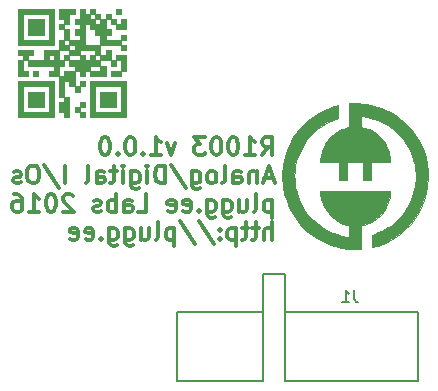
<source format=gbr>
G04 #@! TF.FileFunction,Legend,Bot*
%FSLAX46Y46*%
G04 Gerber Fmt 4.6, Leading zero omitted, Abs format (unit mm)*
G04 Created by KiCad (PCBNEW 4.0.2+e4-6225~38~ubuntu14.04.1-stable) date Fri 29 Jul 2016 09:52:58 PM PDT*
%MOMM*%
G01*
G04 APERTURE LIST*
%ADD10C,0.100000*%
%ADD11C,0.300000*%
%ADD12C,0.150000*%
%ADD13C,0.010000*%
G04 APERTURE END LIST*
D10*
D11*
X146985714Y-84178571D02*
X147485714Y-83464286D01*
X147842857Y-84178571D02*
X147842857Y-82678571D01*
X147271429Y-82678571D01*
X147128571Y-82750000D01*
X147057143Y-82821429D01*
X146985714Y-82964286D01*
X146985714Y-83178571D01*
X147057143Y-83321429D01*
X147128571Y-83392857D01*
X147271429Y-83464286D01*
X147842857Y-83464286D01*
X145557143Y-84178571D02*
X146414286Y-84178571D01*
X145985714Y-84178571D02*
X145985714Y-82678571D01*
X146128571Y-82892857D01*
X146271429Y-83035714D01*
X146414286Y-83107143D01*
X144628572Y-82678571D02*
X144485715Y-82678571D01*
X144342858Y-82750000D01*
X144271429Y-82821429D01*
X144200000Y-82964286D01*
X144128572Y-83250000D01*
X144128572Y-83607143D01*
X144200000Y-83892857D01*
X144271429Y-84035714D01*
X144342858Y-84107143D01*
X144485715Y-84178571D01*
X144628572Y-84178571D01*
X144771429Y-84107143D01*
X144842858Y-84035714D01*
X144914286Y-83892857D01*
X144985715Y-83607143D01*
X144985715Y-83250000D01*
X144914286Y-82964286D01*
X144842858Y-82821429D01*
X144771429Y-82750000D01*
X144628572Y-82678571D01*
X143200001Y-82678571D02*
X143057144Y-82678571D01*
X142914287Y-82750000D01*
X142842858Y-82821429D01*
X142771429Y-82964286D01*
X142700001Y-83250000D01*
X142700001Y-83607143D01*
X142771429Y-83892857D01*
X142842858Y-84035714D01*
X142914287Y-84107143D01*
X143057144Y-84178571D01*
X143200001Y-84178571D01*
X143342858Y-84107143D01*
X143414287Y-84035714D01*
X143485715Y-83892857D01*
X143557144Y-83607143D01*
X143557144Y-83250000D01*
X143485715Y-82964286D01*
X143414287Y-82821429D01*
X143342858Y-82750000D01*
X143200001Y-82678571D01*
X142200001Y-82678571D02*
X141271430Y-82678571D01*
X141771430Y-83250000D01*
X141557144Y-83250000D01*
X141414287Y-83321429D01*
X141342858Y-83392857D01*
X141271430Y-83535714D01*
X141271430Y-83892857D01*
X141342858Y-84035714D01*
X141414287Y-84107143D01*
X141557144Y-84178571D01*
X141985716Y-84178571D01*
X142128573Y-84107143D01*
X142200001Y-84035714D01*
X139628573Y-83178571D02*
X139271430Y-84178571D01*
X138914288Y-83178571D01*
X137557145Y-84178571D02*
X138414288Y-84178571D01*
X137985716Y-84178571D02*
X137985716Y-82678571D01*
X138128573Y-82892857D01*
X138271431Y-83035714D01*
X138414288Y-83107143D01*
X136914288Y-84035714D02*
X136842860Y-84107143D01*
X136914288Y-84178571D01*
X136985717Y-84107143D01*
X136914288Y-84035714D01*
X136914288Y-84178571D01*
X135914288Y-82678571D02*
X135771431Y-82678571D01*
X135628574Y-82750000D01*
X135557145Y-82821429D01*
X135485716Y-82964286D01*
X135414288Y-83250000D01*
X135414288Y-83607143D01*
X135485716Y-83892857D01*
X135557145Y-84035714D01*
X135628574Y-84107143D01*
X135771431Y-84178571D01*
X135914288Y-84178571D01*
X136057145Y-84107143D01*
X136128574Y-84035714D01*
X136200002Y-83892857D01*
X136271431Y-83607143D01*
X136271431Y-83250000D01*
X136200002Y-82964286D01*
X136128574Y-82821429D01*
X136057145Y-82750000D01*
X135914288Y-82678571D01*
X134771431Y-84035714D02*
X134700003Y-84107143D01*
X134771431Y-84178571D01*
X134842860Y-84107143D01*
X134771431Y-84035714D01*
X134771431Y-84178571D01*
X133771431Y-82678571D02*
X133628574Y-82678571D01*
X133485717Y-82750000D01*
X133414288Y-82821429D01*
X133342859Y-82964286D01*
X133271431Y-83250000D01*
X133271431Y-83607143D01*
X133342859Y-83892857D01*
X133414288Y-84035714D01*
X133485717Y-84107143D01*
X133628574Y-84178571D01*
X133771431Y-84178571D01*
X133914288Y-84107143D01*
X133985717Y-84035714D01*
X134057145Y-83892857D01*
X134128574Y-83607143D01*
X134128574Y-83250000D01*
X134057145Y-82964286D01*
X133985717Y-82821429D01*
X133914288Y-82750000D01*
X133771431Y-82678571D01*
X147914286Y-86150000D02*
X147200000Y-86150000D01*
X148057143Y-86578571D02*
X147557143Y-85078571D01*
X147057143Y-86578571D01*
X146557143Y-85578571D02*
X146557143Y-86578571D01*
X146557143Y-85721429D02*
X146485715Y-85650000D01*
X146342857Y-85578571D01*
X146128572Y-85578571D01*
X145985715Y-85650000D01*
X145914286Y-85792857D01*
X145914286Y-86578571D01*
X144557143Y-86578571D02*
X144557143Y-85792857D01*
X144628572Y-85650000D01*
X144771429Y-85578571D01*
X145057143Y-85578571D01*
X145200000Y-85650000D01*
X144557143Y-86507143D02*
X144700000Y-86578571D01*
X145057143Y-86578571D01*
X145200000Y-86507143D01*
X145271429Y-86364286D01*
X145271429Y-86221429D01*
X145200000Y-86078571D01*
X145057143Y-86007143D01*
X144700000Y-86007143D01*
X144557143Y-85935714D01*
X143628571Y-86578571D02*
X143771429Y-86507143D01*
X143842857Y-86364286D01*
X143842857Y-85078571D01*
X142842857Y-86578571D02*
X142985715Y-86507143D01*
X143057143Y-86435714D01*
X143128572Y-86292857D01*
X143128572Y-85864286D01*
X143057143Y-85721429D01*
X142985715Y-85650000D01*
X142842857Y-85578571D01*
X142628572Y-85578571D01*
X142485715Y-85650000D01*
X142414286Y-85721429D01*
X142342857Y-85864286D01*
X142342857Y-86292857D01*
X142414286Y-86435714D01*
X142485715Y-86507143D01*
X142628572Y-86578571D01*
X142842857Y-86578571D01*
X141057143Y-85578571D02*
X141057143Y-86792857D01*
X141128572Y-86935714D01*
X141200000Y-87007143D01*
X141342857Y-87078571D01*
X141557143Y-87078571D01*
X141700000Y-87007143D01*
X141057143Y-86507143D02*
X141200000Y-86578571D01*
X141485714Y-86578571D01*
X141628572Y-86507143D01*
X141700000Y-86435714D01*
X141771429Y-86292857D01*
X141771429Y-85864286D01*
X141700000Y-85721429D01*
X141628572Y-85650000D01*
X141485714Y-85578571D01*
X141200000Y-85578571D01*
X141057143Y-85650000D01*
X139271429Y-85007143D02*
X140557143Y-86935714D01*
X138771428Y-86578571D02*
X138771428Y-85078571D01*
X138414285Y-85078571D01*
X138200000Y-85150000D01*
X138057142Y-85292857D01*
X137985714Y-85435714D01*
X137914285Y-85721429D01*
X137914285Y-85935714D01*
X137985714Y-86221429D01*
X138057142Y-86364286D01*
X138200000Y-86507143D01*
X138414285Y-86578571D01*
X138771428Y-86578571D01*
X137271428Y-86578571D02*
X137271428Y-85578571D01*
X137271428Y-85078571D02*
X137342857Y-85150000D01*
X137271428Y-85221429D01*
X137200000Y-85150000D01*
X137271428Y-85078571D01*
X137271428Y-85221429D01*
X135914285Y-85578571D02*
X135914285Y-86792857D01*
X135985714Y-86935714D01*
X136057142Y-87007143D01*
X136199999Y-87078571D01*
X136414285Y-87078571D01*
X136557142Y-87007143D01*
X135914285Y-86507143D02*
X136057142Y-86578571D01*
X136342856Y-86578571D01*
X136485714Y-86507143D01*
X136557142Y-86435714D01*
X136628571Y-86292857D01*
X136628571Y-85864286D01*
X136557142Y-85721429D01*
X136485714Y-85650000D01*
X136342856Y-85578571D01*
X136057142Y-85578571D01*
X135914285Y-85650000D01*
X135199999Y-86578571D02*
X135199999Y-85578571D01*
X135199999Y-85078571D02*
X135271428Y-85150000D01*
X135199999Y-85221429D01*
X135128571Y-85150000D01*
X135199999Y-85078571D01*
X135199999Y-85221429D01*
X134699999Y-85578571D02*
X134128570Y-85578571D01*
X134485713Y-85078571D02*
X134485713Y-86364286D01*
X134414285Y-86507143D01*
X134271427Y-86578571D01*
X134128570Y-86578571D01*
X132985713Y-86578571D02*
X132985713Y-85792857D01*
X133057142Y-85650000D01*
X133199999Y-85578571D01*
X133485713Y-85578571D01*
X133628570Y-85650000D01*
X132985713Y-86507143D02*
X133128570Y-86578571D01*
X133485713Y-86578571D01*
X133628570Y-86507143D01*
X133699999Y-86364286D01*
X133699999Y-86221429D01*
X133628570Y-86078571D01*
X133485713Y-86007143D01*
X133128570Y-86007143D01*
X132985713Y-85935714D01*
X132057141Y-86578571D02*
X132199999Y-86507143D01*
X132271427Y-86364286D01*
X132271427Y-85078571D01*
X130342856Y-86578571D02*
X130342856Y-85078571D01*
X128557142Y-85007143D02*
X129842856Y-86935714D01*
X127771427Y-85078571D02*
X127485713Y-85078571D01*
X127342855Y-85150000D01*
X127199998Y-85292857D01*
X127128570Y-85578571D01*
X127128570Y-86078571D01*
X127199998Y-86364286D01*
X127342855Y-86507143D01*
X127485713Y-86578571D01*
X127771427Y-86578571D01*
X127914284Y-86507143D01*
X128057141Y-86364286D01*
X128128570Y-86078571D01*
X128128570Y-85578571D01*
X128057141Y-85292857D01*
X127914284Y-85150000D01*
X127771427Y-85078571D01*
X126557141Y-86507143D02*
X126414284Y-86578571D01*
X126128569Y-86578571D01*
X125985712Y-86507143D01*
X125914284Y-86364286D01*
X125914284Y-86292857D01*
X125985712Y-86150000D01*
X126128569Y-86078571D01*
X126342855Y-86078571D01*
X126485712Y-86007143D01*
X126557141Y-85864286D01*
X126557141Y-85792857D01*
X126485712Y-85650000D01*
X126342855Y-85578571D01*
X126128569Y-85578571D01*
X125985712Y-85650000D01*
X147842857Y-87978571D02*
X147842857Y-89478571D01*
X147842857Y-88050000D02*
X147700000Y-87978571D01*
X147414286Y-87978571D01*
X147271429Y-88050000D01*
X147200000Y-88121429D01*
X147128571Y-88264286D01*
X147128571Y-88692857D01*
X147200000Y-88835714D01*
X147271429Y-88907143D01*
X147414286Y-88978571D01*
X147700000Y-88978571D01*
X147842857Y-88907143D01*
X146271428Y-88978571D02*
X146414286Y-88907143D01*
X146485714Y-88764286D01*
X146485714Y-87478571D01*
X145057143Y-87978571D02*
X145057143Y-88978571D01*
X145700000Y-87978571D02*
X145700000Y-88764286D01*
X145628572Y-88907143D01*
X145485714Y-88978571D01*
X145271429Y-88978571D01*
X145128572Y-88907143D01*
X145057143Y-88835714D01*
X143700000Y-87978571D02*
X143700000Y-89192857D01*
X143771429Y-89335714D01*
X143842857Y-89407143D01*
X143985714Y-89478571D01*
X144200000Y-89478571D01*
X144342857Y-89407143D01*
X143700000Y-88907143D02*
X143842857Y-88978571D01*
X144128571Y-88978571D01*
X144271429Y-88907143D01*
X144342857Y-88835714D01*
X144414286Y-88692857D01*
X144414286Y-88264286D01*
X144342857Y-88121429D01*
X144271429Y-88050000D01*
X144128571Y-87978571D01*
X143842857Y-87978571D01*
X143700000Y-88050000D01*
X142342857Y-87978571D02*
X142342857Y-89192857D01*
X142414286Y-89335714D01*
X142485714Y-89407143D01*
X142628571Y-89478571D01*
X142842857Y-89478571D01*
X142985714Y-89407143D01*
X142342857Y-88907143D02*
X142485714Y-88978571D01*
X142771428Y-88978571D01*
X142914286Y-88907143D01*
X142985714Y-88835714D01*
X143057143Y-88692857D01*
X143057143Y-88264286D01*
X142985714Y-88121429D01*
X142914286Y-88050000D01*
X142771428Y-87978571D01*
X142485714Y-87978571D01*
X142342857Y-88050000D01*
X141628571Y-88835714D02*
X141557143Y-88907143D01*
X141628571Y-88978571D01*
X141700000Y-88907143D01*
X141628571Y-88835714D01*
X141628571Y-88978571D01*
X140342857Y-88907143D02*
X140485714Y-88978571D01*
X140771428Y-88978571D01*
X140914285Y-88907143D01*
X140985714Y-88764286D01*
X140985714Y-88192857D01*
X140914285Y-88050000D01*
X140771428Y-87978571D01*
X140485714Y-87978571D01*
X140342857Y-88050000D01*
X140271428Y-88192857D01*
X140271428Y-88335714D01*
X140985714Y-88478571D01*
X139057143Y-88907143D02*
X139200000Y-88978571D01*
X139485714Y-88978571D01*
X139628571Y-88907143D01*
X139700000Y-88764286D01*
X139700000Y-88192857D01*
X139628571Y-88050000D01*
X139485714Y-87978571D01*
X139200000Y-87978571D01*
X139057143Y-88050000D01*
X138985714Y-88192857D01*
X138985714Y-88335714D01*
X139700000Y-88478571D01*
X136485714Y-88978571D02*
X137200000Y-88978571D01*
X137200000Y-87478571D01*
X135342857Y-88978571D02*
X135342857Y-88192857D01*
X135414286Y-88050000D01*
X135557143Y-87978571D01*
X135842857Y-87978571D01*
X135985714Y-88050000D01*
X135342857Y-88907143D02*
X135485714Y-88978571D01*
X135842857Y-88978571D01*
X135985714Y-88907143D01*
X136057143Y-88764286D01*
X136057143Y-88621429D01*
X135985714Y-88478571D01*
X135842857Y-88407143D01*
X135485714Y-88407143D01*
X135342857Y-88335714D01*
X134628571Y-88978571D02*
X134628571Y-87478571D01*
X134628571Y-88050000D02*
X134485714Y-87978571D01*
X134200000Y-87978571D01*
X134057143Y-88050000D01*
X133985714Y-88121429D01*
X133914285Y-88264286D01*
X133914285Y-88692857D01*
X133985714Y-88835714D01*
X134057143Y-88907143D01*
X134200000Y-88978571D01*
X134485714Y-88978571D01*
X134628571Y-88907143D01*
X133342857Y-88907143D02*
X133200000Y-88978571D01*
X132914285Y-88978571D01*
X132771428Y-88907143D01*
X132700000Y-88764286D01*
X132700000Y-88692857D01*
X132771428Y-88550000D01*
X132914285Y-88478571D01*
X133128571Y-88478571D01*
X133271428Y-88407143D01*
X133342857Y-88264286D01*
X133342857Y-88192857D01*
X133271428Y-88050000D01*
X133128571Y-87978571D01*
X132914285Y-87978571D01*
X132771428Y-88050000D01*
X130985714Y-87621429D02*
X130914285Y-87550000D01*
X130771428Y-87478571D01*
X130414285Y-87478571D01*
X130271428Y-87550000D01*
X130199999Y-87621429D01*
X130128571Y-87764286D01*
X130128571Y-87907143D01*
X130199999Y-88121429D01*
X131057142Y-88978571D01*
X130128571Y-88978571D01*
X129200000Y-87478571D02*
X129057143Y-87478571D01*
X128914286Y-87550000D01*
X128842857Y-87621429D01*
X128771428Y-87764286D01*
X128700000Y-88050000D01*
X128700000Y-88407143D01*
X128771428Y-88692857D01*
X128842857Y-88835714D01*
X128914286Y-88907143D01*
X129057143Y-88978571D01*
X129200000Y-88978571D01*
X129342857Y-88907143D01*
X129414286Y-88835714D01*
X129485714Y-88692857D01*
X129557143Y-88407143D01*
X129557143Y-88050000D01*
X129485714Y-87764286D01*
X129414286Y-87621429D01*
X129342857Y-87550000D01*
X129200000Y-87478571D01*
X127271429Y-88978571D02*
X128128572Y-88978571D01*
X127700000Y-88978571D02*
X127700000Y-87478571D01*
X127842857Y-87692857D01*
X127985715Y-87835714D01*
X128128572Y-87907143D01*
X125985715Y-87478571D02*
X126271429Y-87478571D01*
X126414286Y-87550000D01*
X126485715Y-87621429D01*
X126628572Y-87835714D01*
X126700001Y-88121429D01*
X126700001Y-88692857D01*
X126628572Y-88835714D01*
X126557144Y-88907143D01*
X126414286Y-88978571D01*
X126128572Y-88978571D01*
X125985715Y-88907143D01*
X125914286Y-88835714D01*
X125842858Y-88692857D01*
X125842858Y-88335714D01*
X125914286Y-88192857D01*
X125985715Y-88121429D01*
X126128572Y-88050000D01*
X126414286Y-88050000D01*
X126557144Y-88121429D01*
X126628572Y-88192857D01*
X126700001Y-88335714D01*
X147842857Y-91378571D02*
X147842857Y-89878571D01*
X147200000Y-91378571D02*
X147200000Y-90592857D01*
X147271429Y-90450000D01*
X147414286Y-90378571D01*
X147628571Y-90378571D01*
X147771429Y-90450000D01*
X147842857Y-90521429D01*
X146700000Y-90378571D02*
X146128571Y-90378571D01*
X146485714Y-89878571D02*
X146485714Y-91164286D01*
X146414286Y-91307143D01*
X146271428Y-91378571D01*
X146128571Y-91378571D01*
X145842857Y-90378571D02*
X145271428Y-90378571D01*
X145628571Y-89878571D02*
X145628571Y-91164286D01*
X145557143Y-91307143D01*
X145414285Y-91378571D01*
X145271428Y-91378571D01*
X144771428Y-90378571D02*
X144771428Y-91878571D01*
X144771428Y-90450000D02*
X144628571Y-90378571D01*
X144342857Y-90378571D01*
X144200000Y-90450000D01*
X144128571Y-90521429D01*
X144057142Y-90664286D01*
X144057142Y-91092857D01*
X144128571Y-91235714D01*
X144200000Y-91307143D01*
X144342857Y-91378571D01*
X144628571Y-91378571D01*
X144771428Y-91307143D01*
X143414285Y-91235714D02*
X143342857Y-91307143D01*
X143414285Y-91378571D01*
X143485714Y-91307143D01*
X143414285Y-91235714D01*
X143414285Y-91378571D01*
X143414285Y-90450000D02*
X143342857Y-90521429D01*
X143414285Y-90592857D01*
X143485714Y-90521429D01*
X143414285Y-90450000D01*
X143414285Y-90592857D01*
X141628571Y-89807143D02*
X142914285Y-91735714D01*
X140057142Y-89807143D02*
X141342856Y-91735714D01*
X139557141Y-90378571D02*
X139557141Y-91878571D01*
X139557141Y-90450000D02*
X139414284Y-90378571D01*
X139128570Y-90378571D01*
X138985713Y-90450000D01*
X138914284Y-90521429D01*
X138842855Y-90664286D01*
X138842855Y-91092857D01*
X138914284Y-91235714D01*
X138985713Y-91307143D01*
X139128570Y-91378571D01*
X139414284Y-91378571D01*
X139557141Y-91307143D01*
X137985712Y-91378571D02*
X138128570Y-91307143D01*
X138199998Y-91164286D01*
X138199998Y-89878571D01*
X136771427Y-90378571D02*
X136771427Y-91378571D01*
X137414284Y-90378571D02*
X137414284Y-91164286D01*
X137342856Y-91307143D01*
X137199998Y-91378571D01*
X136985713Y-91378571D01*
X136842856Y-91307143D01*
X136771427Y-91235714D01*
X135414284Y-90378571D02*
X135414284Y-91592857D01*
X135485713Y-91735714D01*
X135557141Y-91807143D01*
X135699998Y-91878571D01*
X135914284Y-91878571D01*
X136057141Y-91807143D01*
X135414284Y-91307143D02*
X135557141Y-91378571D01*
X135842855Y-91378571D01*
X135985713Y-91307143D01*
X136057141Y-91235714D01*
X136128570Y-91092857D01*
X136128570Y-90664286D01*
X136057141Y-90521429D01*
X135985713Y-90450000D01*
X135842855Y-90378571D01*
X135557141Y-90378571D01*
X135414284Y-90450000D01*
X134057141Y-90378571D02*
X134057141Y-91592857D01*
X134128570Y-91735714D01*
X134199998Y-91807143D01*
X134342855Y-91878571D01*
X134557141Y-91878571D01*
X134699998Y-91807143D01*
X134057141Y-91307143D02*
X134199998Y-91378571D01*
X134485712Y-91378571D01*
X134628570Y-91307143D01*
X134699998Y-91235714D01*
X134771427Y-91092857D01*
X134771427Y-90664286D01*
X134699998Y-90521429D01*
X134628570Y-90450000D01*
X134485712Y-90378571D01*
X134199998Y-90378571D01*
X134057141Y-90450000D01*
X133342855Y-91235714D02*
X133271427Y-91307143D01*
X133342855Y-91378571D01*
X133414284Y-91307143D01*
X133342855Y-91235714D01*
X133342855Y-91378571D01*
X132057141Y-91307143D02*
X132199998Y-91378571D01*
X132485712Y-91378571D01*
X132628569Y-91307143D01*
X132699998Y-91164286D01*
X132699998Y-90592857D01*
X132628569Y-90450000D01*
X132485712Y-90378571D01*
X132199998Y-90378571D01*
X132057141Y-90450000D01*
X131985712Y-90592857D01*
X131985712Y-90735714D01*
X132699998Y-90878571D01*
X130771427Y-91307143D02*
X130914284Y-91378571D01*
X131199998Y-91378571D01*
X131342855Y-91307143D01*
X131414284Y-91164286D01*
X131414284Y-90592857D01*
X131342855Y-90450000D01*
X131199998Y-90378571D01*
X130914284Y-90378571D01*
X130771427Y-90450000D01*
X130699998Y-90592857D01*
X130699998Y-90735714D01*
X131414284Y-90878571D01*
D12*
X148900180Y-97500640D02*
X148900180Y-94300240D01*
X148900180Y-94300240D02*
X147099320Y-94300240D01*
X147099320Y-94300240D02*
X147099320Y-97500640D01*
X160200640Y-97500640D02*
X148900180Y-97500640D01*
X148900180Y-97500640D02*
X148900180Y-103299460D01*
X148900180Y-103299460D02*
X160200640Y-103299460D01*
X160200640Y-103299460D02*
X160200640Y-97500640D01*
X139799360Y-97500640D02*
X147099320Y-97500640D01*
X147099320Y-103299460D02*
X139799360Y-103299460D01*
X147099320Y-97500640D02*
X147099320Y-103299460D01*
X139799360Y-97500640D02*
X139799360Y-103299460D01*
D13*
G36*
X156413853Y-91969638D02*
X156575154Y-91928180D01*
X156777877Y-91863566D01*
X157004988Y-91782105D01*
X157239449Y-91690106D01*
X157464227Y-91593878D01*
X157602081Y-91529620D01*
X158153760Y-91226006D01*
X158666624Y-90871168D01*
X159137687Y-90468508D01*
X159563962Y-90021427D01*
X159942463Y-89533324D01*
X160270204Y-89007601D01*
X160544197Y-88447658D01*
X160723251Y-87975655D01*
X160893985Y-87365050D01*
X161001482Y-86755397D01*
X161047902Y-86150079D01*
X161035402Y-85552484D01*
X160966142Y-84965997D01*
X160842281Y-84394003D01*
X160665977Y-83839888D01*
X160439389Y-83307037D01*
X160164676Y-82798836D01*
X159843996Y-82318670D01*
X159479509Y-81869925D01*
X159073372Y-81455987D01*
X158627746Y-81080241D01*
X158144788Y-80746072D01*
X157626658Y-80456866D01*
X157075514Y-80216009D01*
X156493515Y-80026886D01*
X155882819Y-79892882D01*
X155538273Y-79844219D01*
X155385140Y-79830823D01*
X155192387Y-79819909D01*
X154985848Y-79812681D01*
X154809987Y-79810321D01*
X154376289Y-79810052D01*
X154376289Y-81839433D01*
X154302642Y-81839726D01*
X154214861Y-81853593D01*
X154083965Y-81890781D01*
X153925425Y-81945399D01*
X153754710Y-82011556D01*
X153587291Y-82083362D01*
X153438637Y-82154926D01*
X153357654Y-82199560D01*
X153169292Y-82328664D01*
X152965361Y-82497170D01*
X152763634Y-82688142D01*
X152581888Y-82884645D01*
X152437897Y-83069746D01*
X152426332Y-83086866D01*
X152211229Y-83467887D01*
X152055488Y-83875122D01*
X151958473Y-84310416D01*
X151933959Y-84514248D01*
X151912363Y-84752578D01*
X153492526Y-84752578D01*
X153492526Y-86258248D01*
X154212629Y-86258248D01*
X154212629Y-84752578D01*
X155554639Y-84752578D01*
X155554639Y-86258248D01*
X156242011Y-86258248D01*
X156242011Y-84752578D01*
X157845877Y-84752578D01*
X157845877Y-84642304D01*
X157836449Y-84508747D01*
X157810955Y-84334032D01*
X157773577Y-84139252D01*
X157728496Y-83945503D01*
X157679895Y-83773879D01*
X157664630Y-83728073D01*
X157506514Y-83366081D01*
X157291364Y-83025388D01*
X157032146Y-82717354D01*
X156715342Y-82424169D01*
X156373599Y-82184346D01*
X156013357Y-82001660D01*
X155641058Y-81879885D01*
X155579188Y-81865965D01*
X155390980Y-81826336D01*
X155390980Y-80859111D01*
X155480993Y-80873779D01*
X155851181Y-80940306D01*
X156172721Y-81012849D01*
X156462419Y-81096462D01*
X156737083Y-81196195D01*
X157013521Y-81317100D01*
X157109408Y-81363195D01*
X157623336Y-81650375D01*
X158093576Y-81985569D01*
X158518332Y-82366491D01*
X158895807Y-82790850D01*
X159224205Y-83256357D01*
X159501731Y-83760723D01*
X159726587Y-84301659D01*
X159896978Y-84876876D01*
X159910125Y-84932604D01*
X159940472Y-85087556D01*
X159963466Y-85262910D01*
X159980385Y-85472085D01*
X159992508Y-85728500D01*
X159995880Y-85832732D01*
X160001563Y-86067371D01*
X160002530Y-86253748D01*
X159997913Y-86408952D01*
X159986842Y-86550072D01*
X159968447Y-86694196D01*
X159944465Y-86843211D01*
X159815236Y-87409979D01*
X159626601Y-87951948D01*
X159381014Y-88465383D01*
X159080928Y-88946547D01*
X158728797Y-89391706D01*
X158327077Y-89797124D01*
X157878220Y-90159065D01*
X157674799Y-90298149D01*
X157406686Y-90459399D01*
X157117100Y-90611076D01*
X156828834Y-90742090D01*
X156564683Y-90841354D01*
X156545369Y-90847562D01*
X156308649Y-90922552D01*
X156307475Y-91991542D01*
X156413853Y-91969638D01*
X156413853Y-91969638D01*
G37*
X156413853Y-91969638D02*
X156575154Y-91928180D01*
X156777877Y-91863566D01*
X157004988Y-91782105D01*
X157239449Y-91690106D01*
X157464227Y-91593878D01*
X157602081Y-91529620D01*
X158153760Y-91226006D01*
X158666624Y-90871168D01*
X159137687Y-90468508D01*
X159563962Y-90021427D01*
X159942463Y-89533324D01*
X160270204Y-89007601D01*
X160544197Y-88447658D01*
X160723251Y-87975655D01*
X160893985Y-87365050D01*
X161001482Y-86755397D01*
X161047902Y-86150079D01*
X161035402Y-85552484D01*
X160966142Y-84965997D01*
X160842281Y-84394003D01*
X160665977Y-83839888D01*
X160439389Y-83307037D01*
X160164676Y-82798836D01*
X159843996Y-82318670D01*
X159479509Y-81869925D01*
X159073372Y-81455987D01*
X158627746Y-81080241D01*
X158144788Y-80746072D01*
X157626658Y-80456866D01*
X157075514Y-80216009D01*
X156493515Y-80026886D01*
X155882819Y-79892882D01*
X155538273Y-79844219D01*
X155385140Y-79830823D01*
X155192387Y-79819909D01*
X154985848Y-79812681D01*
X154809987Y-79810321D01*
X154376289Y-79810052D01*
X154376289Y-81839433D01*
X154302642Y-81839726D01*
X154214861Y-81853593D01*
X154083965Y-81890781D01*
X153925425Y-81945399D01*
X153754710Y-82011556D01*
X153587291Y-82083362D01*
X153438637Y-82154926D01*
X153357654Y-82199560D01*
X153169292Y-82328664D01*
X152965361Y-82497170D01*
X152763634Y-82688142D01*
X152581888Y-82884645D01*
X152437897Y-83069746D01*
X152426332Y-83086866D01*
X152211229Y-83467887D01*
X152055488Y-83875122D01*
X151958473Y-84310416D01*
X151933959Y-84514248D01*
X151912363Y-84752578D01*
X153492526Y-84752578D01*
X153492526Y-86258248D01*
X154212629Y-86258248D01*
X154212629Y-84752578D01*
X155554639Y-84752578D01*
X155554639Y-86258248D01*
X156242011Y-86258248D01*
X156242011Y-84752578D01*
X157845877Y-84752578D01*
X157845877Y-84642304D01*
X157836449Y-84508747D01*
X157810955Y-84334032D01*
X157773577Y-84139252D01*
X157728496Y-83945503D01*
X157679895Y-83773879D01*
X157664630Y-83728073D01*
X157506514Y-83366081D01*
X157291364Y-83025388D01*
X157032146Y-82717354D01*
X156715342Y-82424169D01*
X156373599Y-82184346D01*
X156013357Y-82001660D01*
X155641058Y-81879885D01*
X155579188Y-81865965D01*
X155390980Y-81826336D01*
X155390980Y-80859111D01*
X155480993Y-80873779D01*
X155851181Y-80940306D01*
X156172721Y-81012849D01*
X156462419Y-81096462D01*
X156737083Y-81196195D01*
X157013521Y-81317100D01*
X157109408Y-81363195D01*
X157623336Y-81650375D01*
X158093576Y-81985569D01*
X158518332Y-82366491D01*
X158895807Y-82790850D01*
X159224205Y-83256357D01*
X159501731Y-83760723D01*
X159726587Y-84301659D01*
X159896978Y-84876876D01*
X159910125Y-84932604D01*
X159940472Y-85087556D01*
X159963466Y-85262910D01*
X159980385Y-85472085D01*
X159992508Y-85728500D01*
X159995880Y-85832732D01*
X160001563Y-86067371D01*
X160002530Y-86253748D01*
X159997913Y-86408952D01*
X159986842Y-86550072D01*
X159968447Y-86694196D01*
X159944465Y-86843211D01*
X159815236Y-87409979D01*
X159626601Y-87951948D01*
X159381014Y-88465383D01*
X159080928Y-88946547D01*
X158728797Y-89391706D01*
X158327077Y-89797124D01*
X157878220Y-90159065D01*
X157674799Y-90298149D01*
X157406686Y-90459399D01*
X157117100Y-90611076D01*
X156828834Y-90742090D01*
X156564683Y-90841354D01*
X156545369Y-90847562D01*
X156308649Y-90922552D01*
X156307475Y-91991542D01*
X156413853Y-91969638D01*
G36*
X155398683Y-91152310D02*
X155407346Y-90145887D01*
X155642311Y-90086228D01*
X156044530Y-89951379D01*
X156417037Y-89761253D01*
X156755661Y-89520849D01*
X157056232Y-89235165D01*
X157314580Y-88909200D01*
X157526535Y-88547952D01*
X157687928Y-88156420D01*
X157794588Y-87739602D01*
X157832266Y-87461147D01*
X157854906Y-87207475D01*
X151912939Y-87207475D01*
X151936098Y-87472964D01*
X152004541Y-87899902D01*
X152130966Y-88305648D01*
X152311064Y-88685060D01*
X152540526Y-89032993D01*
X152815046Y-89344305D01*
X153130315Y-89613853D01*
X153482025Y-89836492D01*
X153865868Y-90007081D01*
X154124958Y-90086201D01*
X154359923Y-90145832D01*
X154368999Y-90627399D01*
X154378076Y-91108967D01*
X154205339Y-91086804D01*
X153800820Y-91013926D01*
X153377617Y-90899690D01*
X152960440Y-90751752D01*
X152592397Y-90587060D01*
X152087362Y-90297767D01*
X151623371Y-89958961D01*
X151203110Y-89574180D01*
X150829266Y-89146960D01*
X150504523Y-88680836D01*
X150231568Y-88179346D01*
X150013086Y-87646025D01*
X149851764Y-87084411D01*
X149820018Y-86936708D01*
X149774257Y-86632266D01*
X149748001Y-86287289D01*
X149741250Y-85923736D01*
X149754006Y-85563563D01*
X149786266Y-85228725D01*
X149820018Y-85023345D01*
X149966101Y-84455827D01*
X150170746Y-83913079D01*
X150431490Y-83399549D01*
X150745873Y-82919683D01*
X151111433Y-82477931D01*
X151374617Y-82213996D01*
X151688586Y-81949311D01*
X152043522Y-81698242D01*
X152421710Y-81471307D01*
X152805433Y-81279023D01*
X153176976Y-81131908D01*
X153222487Y-81116960D01*
X153459794Y-81040981D01*
X153459794Y-80507346D01*
X153459249Y-80305283D01*
X153456359Y-80160172D01*
X153449242Y-80063504D01*
X153436013Y-80006772D01*
X153414790Y-79981464D01*
X153383690Y-79979071D01*
X153345232Y-79989632D01*
X153302795Y-80003338D01*
X153211458Y-80032707D01*
X153084661Y-80073418D01*
X152936083Y-80121079D01*
X152354997Y-80340989D01*
X151805587Y-80616195D01*
X151290831Y-80943151D01*
X150813709Y-81318314D01*
X150377199Y-81738141D01*
X149984280Y-82199088D01*
X149637931Y-82697610D01*
X149341131Y-83230163D01*
X149096858Y-83793205D01*
X148908091Y-84383190D01*
X148777809Y-84996576D01*
X148764409Y-85084098D01*
X148737829Y-85329619D01*
X148721282Y-85619287D01*
X148714770Y-85932560D01*
X148718291Y-86248897D01*
X148731845Y-86547753D01*
X148755434Y-86808586D01*
X148764409Y-86875954D01*
X148886750Y-87494564D01*
X149068066Y-88088873D01*
X149305378Y-88655724D01*
X149595706Y-89191962D01*
X149936070Y-89694429D01*
X150323491Y-90159970D01*
X150754989Y-90585429D01*
X151227583Y-90967649D01*
X151738295Y-91303473D01*
X152284146Y-91589747D01*
X152862154Y-91823312D01*
X153469340Y-92001014D01*
X153638752Y-92039186D01*
X153799289Y-92070624D01*
X153952883Y-92094459D01*
X154114994Y-92112153D01*
X154301082Y-92125166D01*
X154526607Y-92134959D01*
X154711312Y-92140550D01*
X155390021Y-92158732D01*
X155398683Y-91152310D01*
X155398683Y-91152310D01*
G37*
X155398683Y-91152310D02*
X155407346Y-90145887D01*
X155642311Y-90086228D01*
X156044530Y-89951379D01*
X156417037Y-89761253D01*
X156755661Y-89520849D01*
X157056232Y-89235165D01*
X157314580Y-88909200D01*
X157526535Y-88547952D01*
X157687928Y-88156420D01*
X157794588Y-87739602D01*
X157832266Y-87461147D01*
X157854906Y-87207475D01*
X151912939Y-87207475D01*
X151936098Y-87472964D01*
X152004541Y-87899902D01*
X152130966Y-88305648D01*
X152311064Y-88685060D01*
X152540526Y-89032993D01*
X152815046Y-89344305D01*
X153130315Y-89613853D01*
X153482025Y-89836492D01*
X153865868Y-90007081D01*
X154124958Y-90086201D01*
X154359923Y-90145832D01*
X154368999Y-90627399D01*
X154378076Y-91108967D01*
X154205339Y-91086804D01*
X153800820Y-91013926D01*
X153377617Y-90899690D01*
X152960440Y-90751752D01*
X152592397Y-90587060D01*
X152087362Y-90297767D01*
X151623371Y-89958961D01*
X151203110Y-89574180D01*
X150829266Y-89146960D01*
X150504523Y-88680836D01*
X150231568Y-88179346D01*
X150013086Y-87646025D01*
X149851764Y-87084411D01*
X149820018Y-86936708D01*
X149774257Y-86632266D01*
X149748001Y-86287289D01*
X149741250Y-85923736D01*
X149754006Y-85563563D01*
X149786266Y-85228725D01*
X149820018Y-85023345D01*
X149966101Y-84455827D01*
X150170746Y-83913079D01*
X150431490Y-83399549D01*
X150745873Y-82919683D01*
X151111433Y-82477931D01*
X151374617Y-82213996D01*
X151688586Y-81949311D01*
X152043522Y-81698242D01*
X152421710Y-81471307D01*
X152805433Y-81279023D01*
X153176976Y-81131908D01*
X153222487Y-81116960D01*
X153459794Y-81040981D01*
X153459794Y-80507346D01*
X153459249Y-80305283D01*
X153456359Y-80160172D01*
X153449242Y-80063504D01*
X153436013Y-80006772D01*
X153414790Y-79981464D01*
X153383690Y-79979071D01*
X153345232Y-79989632D01*
X153302795Y-80003338D01*
X153211458Y-80032707D01*
X153084661Y-80073418D01*
X152936083Y-80121079D01*
X152354997Y-80340989D01*
X151805587Y-80616195D01*
X151290831Y-80943151D01*
X150813709Y-81318314D01*
X150377199Y-81738141D01*
X149984280Y-82199088D01*
X149637931Y-82697610D01*
X149341131Y-83230163D01*
X149096858Y-83793205D01*
X148908091Y-84383190D01*
X148777809Y-84996576D01*
X148764409Y-85084098D01*
X148737829Y-85329619D01*
X148721282Y-85619287D01*
X148714770Y-85932560D01*
X148718291Y-86248897D01*
X148731845Y-86547753D01*
X148755434Y-86808586D01*
X148764409Y-86875954D01*
X148886750Y-87494564D01*
X149068066Y-88088873D01*
X149305378Y-88655724D01*
X149595706Y-89191962D01*
X149936070Y-89694429D01*
X150323491Y-90159970D01*
X150754989Y-90585429D01*
X151227583Y-90967649D01*
X151738295Y-91303473D01*
X152284146Y-91589747D01*
X152862154Y-91823312D01*
X153469340Y-92001014D01*
X153638752Y-92039186D01*
X153799289Y-92070624D01*
X153952883Y-92094459D01*
X154114994Y-92112153D01*
X154301082Y-92125166D01*
X154526607Y-92134959D01*
X154711312Y-92140550D01*
X155390021Y-92158732D01*
X155398683Y-91152310D01*
G36*
X129367241Y-71801725D02*
X126301724Y-71801725D01*
X126301724Y-74429311D01*
X126739655Y-74429311D01*
X126739655Y-72239656D01*
X128929310Y-72239656D01*
X128929310Y-74429311D01*
X126739655Y-74429311D01*
X126301724Y-74429311D01*
X126301724Y-74867242D01*
X129367241Y-74867242D01*
X129367241Y-71801725D01*
X129367241Y-71801725D01*
G37*
X129367241Y-71801725D02*
X126301724Y-71801725D01*
X126301724Y-74429311D01*
X126739655Y-74429311D01*
X126739655Y-72239656D01*
X128929310Y-72239656D01*
X128929310Y-74429311D01*
X126739655Y-74429311D01*
X126301724Y-74429311D01*
X126301724Y-74867242D01*
X129367241Y-74867242D01*
X129367241Y-71801725D01*
G36*
X130681034Y-72239656D02*
X131118965Y-72239656D01*
X131118965Y-71801725D01*
X129805172Y-71801725D01*
X129805172Y-72677587D01*
X130243103Y-72677587D01*
X130243103Y-73115518D01*
X130681034Y-73115518D01*
X130681034Y-72239656D01*
X130681034Y-72239656D01*
G37*
X130681034Y-72239656D02*
X131118965Y-72239656D01*
X131118965Y-71801725D01*
X129805172Y-71801725D01*
X129805172Y-72677587D01*
X130243103Y-72677587D01*
X130243103Y-73115518D01*
X130681034Y-73115518D01*
X130681034Y-72239656D01*
G36*
X134184482Y-72239656D02*
X133746551Y-72239656D01*
X133746551Y-72677587D01*
X134184482Y-72677587D01*
X134184482Y-72239656D01*
X134184482Y-72239656D01*
G37*
X134184482Y-72239656D02*
X133746551Y-72239656D01*
X133746551Y-72677587D01*
X134184482Y-72677587D01*
X134184482Y-72239656D01*
G36*
X134622413Y-73553449D02*
X135498275Y-73553449D01*
X135498275Y-72677587D01*
X135060344Y-72677587D01*
X135060344Y-73115518D01*
X134622413Y-73115518D01*
X134622413Y-73553449D01*
X134622413Y-73553449D01*
G37*
X134622413Y-73553449D02*
X135498275Y-73553449D01*
X135498275Y-72677587D01*
X135060344Y-72677587D01*
X135060344Y-73115518D01*
X134622413Y-73115518D01*
X134622413Y-73553449D01*
G36*
X130243103Y-73115518D02*
X129805172Y-73115518D01*
X129805172Y-73553449D01*
X130243103Y-73553449D01*
X130243103Y-73115518D01*
X130243103Y-73115518D01*
G37*
X130243103Y-73115518D02*
X129805172Y-73115518D01*
X129805172Y-73553449D01*
X130243103Y-73553449D01*
X130243103Y-73115518D01*
G36*
X135498275Y-73991380D02*
X135060344Y-73991380D01*
X135060344Y-74429311D01*
X135498275Y-74429311D01*
X135498275Y-73991380D01*
X135498275Y-73991380D01*
G37*
X135498275Y-73991380D02*
X135060344Y-73991380D01*
X135060344Y-74429311D01*
X135498275Y-74429311D01*
X135498275Y-73991380D01*
G36*
X135498275Y-74867242D02*
X135060344Y-74867242D01*
X135060344Y-75305173D01*
X135498275Y-75305173D01*
X135498275Y-74867242D01*
X135498275Y-74867242D01*
G37*
X135498275Y-74867242D02*
X135060344Y-74867242D01*
X135060344Y-75305173D01*
X135498275Y-75305173D01*
X135498275Y-74867242D01*
G36*
X135498275Y-75743104D02*
X134622413Y-75743104D01*
X134622413Y-76181035D01*
X135060344Y-76181035D01*
X135060344Y-77056897D01*
X135498275Y-77056897D01*
X135498275Y-75743104D01*
X135498275Y-75743104D01*
G37*
X135498275Y-75743104D02*
X134622413Y-75743104D01*
X134622413Y-76181035D01*
X135060344Y-76181035D01*
X135060344Y-77056897D01*
X135498275Y-77056897D01*
X135498275Y-75743104D01*
G36*
X127177586Y-77056897D02*
X126739655Y-77056897D01*
X126739655Y-76181035D01*
X126301724Y-76181035D01*
X126301724Y-77494828D01*
X127177586Y-77494828D01*
X127177586Y-77056897D01*
X127177586Y-77056897D01*
G37*
X127177586Y-77056897D02*
X126739655Y-77056897D01*
X126739655Y-76181035D01*
X126301724Y-76181035D01*
X126301724Y-77494828D01*
X127177586Y-77494828D01*
X127177586Y-77056897D01*
G36*
X134622413Y-76181035D02*
X134184482Y-76181035D01*
X134184482Y-76618966D01*
X134622413Y-76618966D01*
X134622413Y-76181035D01*
X134622413Y-76181035D01*
G37*
X134622413Y-76181035D02*
X134184482Y-76181035D01*
X134184482Y-76618966D01*
X134622413Y-76618966D01*
X134622413Y-76181035D01*
G36*
X135060344Y-77056897D02*
X134184482Y-77056897D01*
X134184482Y-77494828D01*
X135060344Y-77494828D01*
X135060344Y-77056897D01*
X135060344Y-77056897D01*
G37*
X135060344Y-77056897D02*
X134184482Y-77056897D01*
X134184482Y-77494828D01*
X135060344Y-77494828D01*
X135060344Y-77056897D01*
G36*
X131994827Y-77932759D02*
X131556896Y-77932759D01*
X131556896Y-78370690D01*
X131994827Y-78370690D01*
X131994827Y-77932759D01*
X131994827Y-77932759D01*
G37*
X131994827Y-77932759D02*
X131556896Y-77932759D01*
X131556896Y-78370690D01*
X131994827Y-78370690D01*
X131994827Y-77932759D01*
G36*
X131556896Y-78370690D02*
X131118965Y-78370690D01*
X131118965Y-78808621D01*
X131556896Y-78808621D01*
X131556896Y-78370690D01*
X131556896Y-78370690D01*
G37*
X131556896Y-78370690D02*
X131118965Y-78370690D01*
X131118965Y-78808621D01*
X131556896Y-78808621D01*
X131556896Y-78370690D01*
G36*
X130681034Y-79246552D02*
X130243103Y-79246552D01*
X130243103Y-79684483D01*
X129805172Y-79684483D01*
X129805172Y-80560345D01*
X130243103Y-80560345D01*
X130243103Y-80998276D01*
X130681034Y-80998276D01*
X130681034Y-79246552D01*
X130681034Y-79246552D01*
G37*
X130681034Y-79246552D02*
X130243103Y-79246552D01*
X130243103Y-79684483D01*
X129805172Y-79684483D01*
X129805172Y-80560345D01*
X130243103Y-80560345D01*
X130243103Y-80998276D01*
X130681034Y-80998276D01*
X130681034Y-79246552D01*
G36*
X127177586Y-75743104D02*
X127615517Y-75743104D01*
X127615517Y-75305173D01*
X126301724Y-75305173D01*
X126301724Y-75743104D01*
X126739655Y-75743104D01*
X126739655Y-76181035D01*
X127177586Y-76181035D01*
X127177586Y-75743104D01*
X127177586Y-75743104D01*
G37*
X127177586Y-75743104D02*
X127615517Y-75743104D01*
X127615517Y-75305173D01*
X126301724Y-75305173D01*
X126301724Y-75743104D01*
X126739655Y-75743104D01*
X126739655Y-76181035D01*
X127177586Y-76181035D01*
X127177586Y-75743104D01*
G36*
X134622413Y-72677587D02*
X134184482Y-72677587D01*
X134184482Y-73115518D01*
X134622413Y-73115518D01*
X134622413Y-72677587D01*
X134622413Y-72677587D01*
G37*
X134622413Y-72677587D02*
X134184482Y-72677587D01*
X134184482Y-73115518D01*
X134622413Y-73115518D01*
X134622413Y-72677587D01*
G36*
X135060344Y-74867242D02*
X135060344Y-74429311D01*
X133746551Y-74429311D01*
X133746551Y-73991380D01*
X134184482Y-73991380D01*
X134184482Y-73553449D01*
X133746551Y-73553449D01*
X133746551Y-72677587D01*
X133308620Y-72677587D01*
X133308620Y-72239656D01*
X132870689Y-72239656D01*
X132870689Y-71801725D01*
X132432758Y-71801725D01*
X132432758Y-72239656D01*
X131994827Y-72239656D01*
X131994827Y-71801725D01*
X131556896Y-71801725D01*
X131556896Y-72677587D01*
X132432758Y-72677587D01*
X132432758Y-72239656D01*
X132870689Y-72239656D01*
X132870689Y-72677587D01*
X132432758Y-72677587D01*
X131556896Y-72677587D01*
X131118965Y-72677587D01*
X131118965Y-73115518D01*
X131556896Y-73115518D01*
X131556896Y-73553449D01*
X131118965Y-73553449D01*
X131118965Y-73991380D01*
X131556896Y-73991380D01*
X131556896Y-74429311D01*
X130681034Y-74429311D01*
X130681034Y-73553449D01*
X130243103Y-73553449D01*
X130243103Y-74429311D01*
X129805172Y-74429311D01*
X129805172Y-74867242D01*
X130243103Y-74867242D01*
X130243103Y-74429311D01*
X130681034Y-74429311D01*
X130681034Y-74867242D01*
X130243103Y-74867242D01*
X129805172Y-74867242D01*
X129805172Y-75305173D01*
X128491379Y-75305173D01*
X128491379Y-76181035D01*
X128929310Y-76181035D01*
X128929310Y-75743104D01*
X129367241Y-75743104D01*
X129367241Y-76181035D01*
X128929310Y-76181035D01*
X128491379Y-76181035D01*
X127177586Y-76181035D01*
X127177586Y-76618966D01*
X129367241Y-76618966D01*
X129367241Y-77056897D01*
X128929310Y-77056897D01*
X128929310Y-77494828D01*
X129805172Y-77494828D01*
X129805172Y-76618966D01*
X130243103Y-76618966D01*
X130243103Y-76181035D01*
X129805172Y-76181035D01*
X129805172Y-75305173D01*
X130681034Y-75305173D01*
X130681034Y-74867242D01*
X131118965Y-74867242D01*
X131994827Y-74867242D01*
X131994827Y-73115518D01*
X132432758Y-73115518D01*
X132870689Y-73115518D01*
X132870689Y-72677587D01*
X133308620Y-72677587D01*
X133308620Y-73115518D01*
X132870689Y-73115518D01*
X132432758Y-73115518D01*
X132432758Y-73553449D01*
X132870689Y-73553449D01*
X132870689Y-73991380D01*
X133308620Y-73991380D01*
X133308620Y-74867242D01*
X131994827Y-74867242D01*
X131118965Y-74867242D01*
X131118965Y-75305173D01*
X130681034Y-75305173D01*
X130681034Y-75743104D01*
X131556896Y-75743104D01*
X131556896Y-75305173D01*
X132870689Y-75305173D01*
X132870689Y-75743104D01*
X132432758Y-75743104D01*
X132432758Y-76181035D01*
X132870689Y-76181035D01*
X132870689Y-75743104D01*
X133308620Y-75743104D01*
X133308620Y-76181035D01*
X132870689Y-76181035D01*
X132432758Y-76181035D01*
X131994827Y-76181035D01*
X131994827Y-75743104D01*
X131556896Y-75743104D01*
X131556896Y-76181035D01*
X130681034Y-76181035D01*
X130681034Y-76618966D01*
X131118965Y-76618966D01*
X131118965Y-77056897D01*
X130243103Y-77056897D01*
X130243103Y-77494828D01*
X129805172Y-77494828D01*
X129805172Y-79246552D01*
X130243103Y-79246552D01*
X130243103Y-77932759D01*
X130681034Y-77932759D01*
X130681034Y-78370690D01*
X131118965Y-78370690D01*
X131118965Y-77056897D01*
X131556896Y-77056897D01*
X131556896Y-77494828D01*
X131994827Y-77494828D01*
X131994827Y-77056897D01*
X132432758Y-77056897D01*
X132432758Y-76618966D01*
X133308620Y-76618966D01*
X133308620Y-77056897D01*
X132432758Y-77056897D01*
X132432758Y-77494828D01*
X133746551Y-77494828D01*
X133746551Y-76618966D01*
X133308620Y-76618966D01*
X133308620Y-76181035D01*
X134184482Y-76181035D01*
X134184482Y-75305173D01*
X133746551Y-75305173D01*
X133746551Y-75743104D01*
X133308620Y-75743104D01*
X133308620Y-74867242D01*
X135060344Y-74867242D01*
X135060344Y-74867242D01*
G37*
X135060344Y-74867242D02*
X135060344Y-74429311D01*
X133746551Y-74429311D01*
X133746551Y-73991380D01*
X134184482Y-73991380D01*
X134184482Y-73553449D01*
X133746551Y-73553449D01*
X133746551Y-72677587D01*
X133308620Y-72677587D01*
X133308620Y-72239656D01*
X132870689Y-72239656D01*
X132870689Y-71801725D01*
X132432758Y-71801725D01*
X132432758Y-72239656D01*
X131994827Y-72239656D01*
X131994827Y-71801725D01*
X131556896Y-71801725D01*
X131556896Y-72677587D01*
X132432758Y-72677587D01*
X132432758Y-72239656D01*
X132870689Y-72239656D01*
X132870689Y-72677587D01*
X132432758Y-72677587D01*
X131556896Y-72677587D01*
X131118965Y-72677587D01*
X131118965Y-73115518D01*
X131556896Y-73115518D01*
X131556896Y-73553449D01*
X131118965Y-73553449D01*
X131118965Y-73991380D01*
X131556896Y-73991380D01*
X131556896Y-74429311D01*
X130681034Y-74429311D01*
X130681034Y-73553449D01*
X130243103Y-73553449D01*
X130243103Y-74429311D01*
X129805172Y-74429311D01*
X129805172Y-74867242D01*
X130243103Y-74867242D01*
X130243103Y-74429311D01*
X130681034Y-74429311D01*
X130681034Y-74867242D01*
X130243103Y-74867242D01*
X129805172Y-74867242D01*
X129805172Y-75305173D01*
X128491379Y-75305173D01*
X128491379Y-76181035D01*
X128929310Y-76181035D01*
X128929310Y-75743104D01*
X129367241Y-75743104D01*
X129367241Y-76181035D01*
X128929310Y-76181035D01*
X128491379Y-76181035D01*
X127177586Y-76181035D01*
X127177586Y-76618966D01*
X129367241Y-76618966D01*
X129367241Y-77056897D01*
X128929310Y-77056897D01*
X128929310Y-77494828D01*
X129805172Y-77494828D01*
X129805172Y-76618966D01*
X130243103Y-76618966D01*
X130243103Y-76181035D01*
X129805172Y-76181035D01*
X129805172Y-75305173D01*
X130681034Y-75305173D01*
X130681034Y-74867242D01*
X131118965Y-74867242D01*
X131994827Y-74867242D01*
X131994827Y-73115518D01*
X132432758Y-73115518D01*
X132870689Y-73115518D01*
X132870689Y-72677587D01*
X133308620Y-72677587D01*
X133308620Y-73115518D01*
X132870689Y-73115518D01*
X132432758Y-73115518D01*
X132432758Y-73553449D01*
X132870689Y-73553449D01*
X132870689Y-73991380D01*
X133308620Y-73991380D01*
X133308620Y-74867242D01*
X131994827Y-74867242D01*
X131118965Y-74867242D01*
X131118965Y-75305173D01*
X130681034Y-75305173D01*
X130681034Y-75743104D01*
X131556896Y-75743104D01*
X131556896Y-75305173D01*
X132870689Y-75305173D01*
X132870689Y-75743104D01*
X132432758Y-75743104D01*
X132432758Y-76181035D01*
X132870689Y-76181035D01*
X132870689Y-75743104D01*
X133308620Y-75743104D01*
X133308620Y-76181035D01*
X132870689Y-76181035D01*
X132432758Y-76181035D01*
X131994827Y-76181035D01*
X131994827Y-75743104D01*
X131556896Y-75743104D01*
X131556896Y-76181035D01*
X130681034Y-76181035D01*
X130681034Y-76618966D01*
X131118965Y-76618966D01*
X131118965Y-77056897D01*
X130243103Y-77056897D01*
X130243103Y-77494828D01*
X129805172Y-77494828D01*
X129805172Y-79246552D01*
X130243103Y-79246552D01*
X130243103Y-77932759D01*
X130681034Y-77932759D01*
X130681034Y-78370690D01*
X131118965Y-78370690D01*
X131118965Y-77056897D01*
X131556896Y-77056897D01*
X131556896Y-77494828D01*
X131994827Y-77494828D01*
X131994827Y-77056897D01*
X132432758Y-77056897D01*
X132432758Y-76618966D01*
X133308620Y-76618966D01*
X133308620Y-77056897D01*
X132432758Y-77056897D01*
X132432758Y-77494828D01*
X133746551Y-77494828D01*
X133746551Y-76618966D01*
X133308620Y-76618966D01*
X133308620Y-76181035D01*
X134184482Y-76181035D01*
X134184482Y-75305173D01*
X133746551Y-75305173D01*
X133746551Y-75743104D01*
X133308620Y-75743104D01*
X133308620Y-74867242D01*
X135060344Y-74867242D01*
G36*
X135060344Y-71801725D02*
X134622413Y-71801725D01*
X134622413Y-72239656D01*
X135060344Y-72239656D01*
X135060344Y-71801725D01*
X135060344Y-71801725D01*
G37*
X135060344Y-71801725D02*
X134622413Y-71801725D01*
X134622413Y-72239656D01*
X135060344Y-72239656D01*
X135060344Y-71801725D01*
G36*
X128053448Y-77056897D02*
X127615517Y-77056897D01*
X127615517Y-77494828D01*
X128053448Y-77494828D01*
X128053448Y-77056897D01*
X128053448Y-77056897D01*
G37*
X128053448Y-77056897D02*
X127615517Y-77056897D01*
X127615517Y-77494828D01*
X128053448Y-77494828D01*
X128053448Y-77056897D01*
G36*
X129367241Y-77932759D02*
X126301724Y-77932759D01*
X126301724Y-80560345D01*
X126739655Y-80560345D01*
X126739655Y-78370690D01*
X128929310Y-78370690D01*
X128929310Y-80560345D01*
X126739655Y-80560345D01*
X126301724Y-80560345D01*
X126301724Y-80998276D01*
X129367241Y-80998276D01*
X129367241Y-77932759D01*
X129367241Y-77932759D01*
G37*
X129367241Y-77932759D02*
X126301724Y-77932759D01*
X126301724Y-80560345D01*
X126739655Y-80560345D01*
X126739655Y-78370690D01*
X128929310Y-78370690D01*
X128929310Y-80560345D01*
X126739655Y-80560345D01*
X126301724Y-80560345D01*
X126301724Y-80998276D01*
X129367241Y-80998276D01*
X129367241Y-77932759D01*
G36*
X135498275Y-77932759D02*
X132432758Y-77932759D01*
X132432758Y-80560345D01*
X132870689Y-80560345D01*
X132870689Y-78370690D01*
X135060344Y-78370690D01*
X135060344Y-80560345D01*
X132870689Y-80560345D01*
X132432758Y-80560345D01*
X132432758Y-80998276D01*
X135498275Y-80998276D01*
X135498275Y-77932759D01*
X135498275Y-77932759D01*
G37*
X135498275Y-77932759D02*
X132432758Y-77932759D01*
X132432758Y-80560345D01*
X132870689Y-80560345D01*
X132870689Y-78370690D01*
X135060344Y-78370690D01*
X135060344Y-80560345D01*
X132870689Y-80560345D01*
X132432758Y-80560345D01*
X132432758Y-80998276D01*
X135498275Y-80998276D01*
X135498275Y-77932759D01*
G36*
X131994827Y-79684483D02*
X131556896Y-79684483D01*
X131556896Y-80122414D01*
X131994827Y-80122414D01*
X131994827Y-79684483D01*
X131994827Y-79684483D01*
G37*
X131994827Y-79684483D02*
X131556896Y-79684483D01*
X131556896Y-80122414D01*
X131994827Y-80122414D01*
X131994827Y-79684483D01*
G36*
X131556896Y-80122414D02*
X131118965Y-80122414D01*
X131118965Y-80560345D01*
X131556896Y-80560345D01*
X131556896Y-80122414D01*
X131556896Y-80122414D01*
G37*
X131556896Y-80122414D02*
X131118965Y-80122414D01*
X131118965Y-80560345D01*
X131556896Y-80560345D01*
X131556896Y-80122414D01*
G36*
X131994827Y-80560345D02*
X131556896Y-80560345D01*
X131556896Y-80998276D01*
X131994827Y-80998276D01*
X131994827Y-80560345D01*
X131994827Y-80560345D01*
G37*
X131994827Y-80560345D02*
X131556896Y-80560345D01*
X131556896Y-80998276D01*
X131994827Y-80998276D01*
X131994827Y-80560345D01*
G36*
X128491379Y-72677587D02*
X127177586Y-72677587D01*
X127177586Y-73991380D01*
X128491379Y-73991380D01*
X128491379Y-72677587D01*
X128491379Y-72677587D01*
G37*
X128491379Y-72677587D02*
X127177586Y-72677587D01*
X127177586Y-73991380D01*
X128491379Y-73991380D01*
X128491379Y-72677587D01*
G36*
X130681034Y-75743104D02*
X130243103Y-75743104D01*
X130243103Y-76181035D01*
X130681034Y-76181035D01*
X130681034Y-75743104D01*
X130681034Y-75743104D01*
G37*
X130681034Y-75743104D02*
X130243103Y-75743104D01*
X130243103Y-76181035D01*
X130681034Y-76181035D01*
X130681034Y-75743104D01*
G36*
X128491379Y-78808621D02*
X127177586Y-78808621D01*
X127177586Y-80122414D01*
X128491379Y-80122414D01*
X128491379Y-78808621D01*
X128491379Y-78808621D01*
G37*
X128491379Y-78808621D02*
X127177586Y-78808621D01*
X127177586Y-80122414D01*
X128491379Y-80122414D01*
X128491379Y-78808621D01*
G36*
X134622413Y-78808621D02*
X133308620Y-78808621D01*
X133308620Y-80122414D01*
X134622413Y-80122414D01*
X134622413Y-78808621D01*
X134622413Y-78808621D01*
G37*
X134622413Y-78808621D02*
X133308620Y-78808621D01*
X133308620Y-80122414D01*
X134622413Y-80122414D01*
X134622413Y-78808621D01*
D12*
X154778333Y-95642381D02*
X154778333Y-96356667D01*
X154825953Y-96499524D01*
X154921191Y-96594762D01*
X155064048Y-96642381D01*
X155159286Y-96642381D01*
X153778333Y-96642381D02*
X154349762Y-96642381D01*
X154064048Y-96642381D02*
X154064048Y-95642381D01*
X154159286Y-95785238D01*
X154254524Y-95880476D01*
X154349762Y-95928095D01*
M02*

</source>
